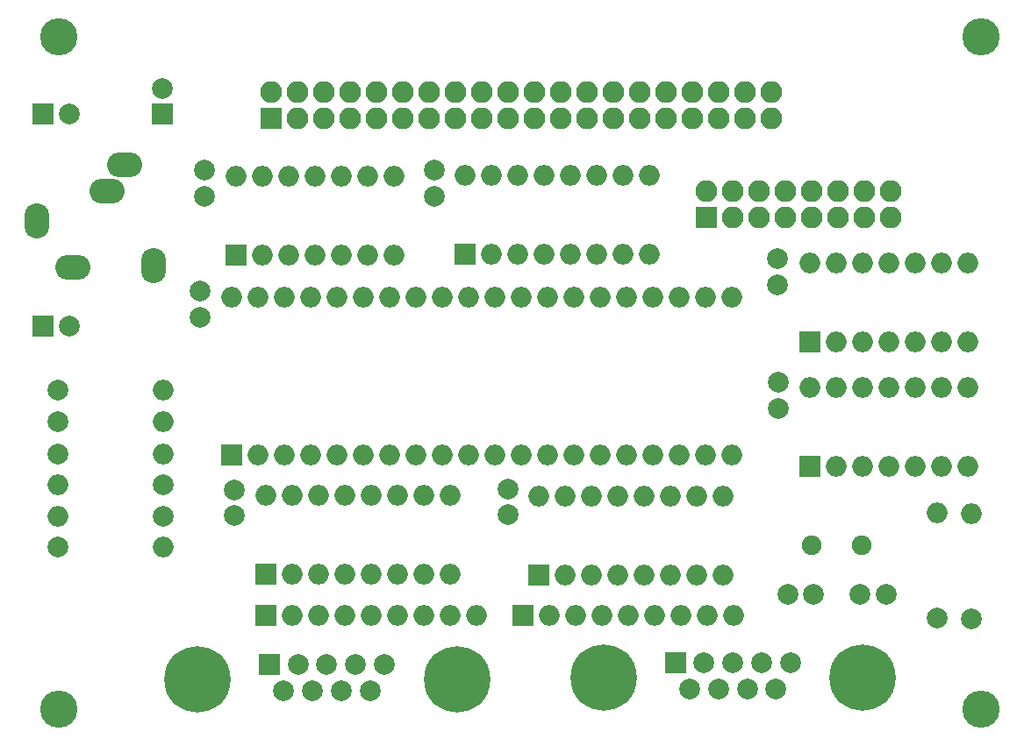
<source format=gts>
G04 #@! TF.GenerationSoftware,KiCad,Pcbnew,(5.0.0-3-g5ebb6b6)*
G04 #@! TF.CreationDate,2019-08-10T22:52:30+09:00*
G04 #@! TF.ProjectId,KZ80-YM2149,4B5A38302D594D323134392E6B696361,rev?*
G04 #@! TF.SameCoordinates,Original*
G04 #@! TF.FileFunction,Soldermask,Top*
G04 #@! TF.FilePolarity,Negative*
%FSLAX46Y46*%
G04 Gerber Fmt 4.6, Leading zero omitted, Abs format (unit mm)*
G04 Created by KiCad (PCBNEW (5.0.0-3-g5ebb6b6)) date 2019 August 10, Saturday 22:52:30*
%MOMM*%
%LPD*%
G01*
G04 APERTURE LIST*
%ADD10R,2.000000X2.000000*%
%ADD11C,2.000000*%
%ADD12O,2.000000X2.000000*%
%ADD13C,6.400000*%
%ADD14C,1.900000*%
%ADD15C,3.600000*%
%ADD16O,2.400000X3.400000*%
%ADD17O,3.400000X2.400000*%
%ADD18R,2.100000X2.100000*%
%ADD19O,2.100000X2.100000*%
G04 APERTURE END LIST*
D10*
G04 #@! TO.C,C12*
X105500000Y-62000000D03*
D11*
X105500000Y-59500000D03*
G04 #@! TD*
D12*
G04 #@! TO.C,RN1*
X160620000Y-110440000D03*
X158080000Y-110440000D03*
X155540000Y-110440000D03*
X153000000Y-110440000D03*
X150460000Y-110440000D03*
X147920000Y-110440000D03*
X145380000Y-110440000D03*
X142840000Y-110440000D03*
D10*
X140300000Y-110440000D03*
G04 #@! TD*
G04 #@! TO.C,RN2*
X115500000Y-110400000D03*
D12*
X118040000Y-110400000D03*
X120580000Y-110400000D03*
X123120000Y-110400000D03*
X125660000Y-110400000D03*
X128200000Y-110400000D03*
X130740000Y-110400000D03*
X133280000Y-110400000D03*
X135820000Y-110400000D03*
G04 #@! TD*
D11*
G04 #@! TO.C,J5*
X164695000Y-117540000D03*
X161925000Y-117540000D03*
X159155000Y-117540000D03*
X156385000Y-117540000D03*
X166080000Y-115000000D03*
X163310000Y-115000000D03*
X160540000Y-115000000D03*
X157770000Y-115000000D03*
D10*
X155000000Y-115000000D03*
D13*
X148050000Y-116410000D03*
X173080000Y-116410000D03*
G04 #@! TD*
D11*
G04 #@! TO.C,C9*
X164910000Y-90410000D03*
X164910000Y-87910000D03*
G04 #@! TD*
G04 #@! TO.C,C10*
X112460000Y-98290000D03*
X112460000Y-100790000D03*
G04 #@! TD*
D10*
G04 #@! TO.C,U7*
X115500000Y-106400000D03*
D12*
X133280000Y-98780000D03*
X118040000Y-106400000D03*
X130740000Y-98780000D03*
X120580000Y-106400000D03*
X128200000Y-98780000D03*
X123120000Y-106400000D03*
X125660000Y-98780000D03*
X125660000Y-106400000D03*
X123120000Y-98780000D03*
X128200000Y-106400000D03*
X120580000Y-98780000D03*
X130740000Y-106400000D03*
X118040000Y-98780000D03*
X133280000Y-106400000D03*
X115500000Y-98780000D03*
G04 #@! TD*
G04 #@! TO.C,R8*
X180230000Y-100520000D03*
D11*
X180230000Y-110680000D03*
G04 #@! TD*
G04 #@! TO.C,R7*
X183550000Y-110730000D03*
D12*
X183550000Y-100570000D03*
G04 #@! TD*
D11*
G04 #@! TO.C,C7*
X109110000Y-79110000D03*
X109110000Y-81610000D03*
G04 #@! TD*
G04 #@! TO.C,C6*
X131730000Y-69900000D03*
X131730000Y-67400000D03*
G04 #@! TD*
G04 #@! TO.C,C5*
X109550000Y-67400000D03*
X109550000Y-69900000D03*
G04 #@! TD*
G04 #@! TO.C,C4*
X168320000Y-108370000D03*
X165820000Y-108370000D03*
G04 #@! TD*
G04 #@! TO.C,C3*
X175310000Y-108350000D03*
X172810000Y-108350000D03*
G04 #@! TD*
D14*
G04 #@! TO.C,Y1*
X173000000Y-103635000D03*
X168120000Y-103635000D03*
G04 #@! TD*
D15*
G04 #@! TO.C,MH4*
X184500000Y-119500000D03*
G04 #@! TD*
G04 #@! TO.C,MH3*
X95500000Y-119500000D03*
G04 #@! TD*
G04 #@! TO.C,MH2*
X184500000Y-54500000D03*
G04 #@! TD*
G04 #@! TO.C,MH1*
X95500000Y-54500000D03*
G04 #@! TD*
D12*
G04 #@! TO.C,U3*
X112625000Y-67945000D03*
X127865000Y-75565000D03*
X115165000Y-67945000D03*
X125325000Y-75565000D03*
X117705000Y-67945000D03*
X122785000Y-75565000D03*
X120245000Y-67945000D03*
X120245000Y-75565000D03*
X122785000Y-67945000D03*
X117705000Y-75565000D03*
X125325000Y-67945000D03*
X115165000Y-75565000D03*
X127865000Y-67945000D03*
D10*
X112625000Y-75565000D03*
G04 #@! TD*
D12*
G04 #@! TO.C,R6*
X105581300Y-103820000D03*
D11*
X95421300Y-103820000D03*
G04 #@! TD*
G04 #@! TO.C,R5*
X105581000Y-100820000D03*
D12*
X95421000Y-100820000D03*
G04 #@! TD*
G04 #@! TO.C,R4*
X95421000Y-97820000D03*
D11*
X105581000Y-97820000D03*
G04 #@! TD*
D12*
G04 #@! TO.C,R2*
X105560000Y-91680000D03*
D11*
X95400000Y-91680000D03*
G04 #@! TD*
G04 #@! TO.C,R1*
X95400000Y-88600000D03*
D12*
X105560000Y-88600000D03*
G04 #@! TD*
D10*
G04 #@! TO.C,C1*
X94000000Y-62000000D03*
D11*
X96500000Y-62000000D03*
G04 #@! TD*
G04 #@! TO.C,C2*
X96500000Y-82500000D03*
D10*
X94000000Y-82500000D03*
G04 #@! TD*
D11*
G04 #@! TO.C,C8*
X164820000Y-75940000D03*
X164820000Y-78440000D03*
G04 #@! TD*
G04 #@! TO.C,C11*
X138860000Y-100700000D03*
X138860000Y-98200000D03*
G04 #@! TD*
D16*
G04 #@! TO.C,J1*
X93380000Y-72300000D03*
D17*
X101880000Y-66900000D03*
X100180000Y-69400000D03*
D16*
X104680000Y-76600000D03*
D17*
X96880000Y-76800000D03*
G04 #@! TD*
D18*
G04 #@! TO.C,J2*
X158000000Y-72000000D03*
D19*
X158000000Y-69460000D03*
X160540000Y-72000000D03*
X160540000Y-69460000D03*
X163080000Y-72000000D03*
X163080000Y-69460000D03*
X165620000Y-72000000D03*
X165620000Y-69460000D03*
X168160000Y-72000000D03*
X168160000Y-69460000D03*
X170700000Y-72000000D03*
X170700000Y-69460000D03*
X173240000Y-72000000D03*
X173240000Y-69460000D03*
X175780000Y-72000000D03*
X175780000Y-69460000D03*
G04 #@! TD*
D13*
G04 #@! TO.C,J3*
X133900000Y-116550000D03*
X108870000Y-116550000D03*
D10*
X115820000Y-115140000D03*
D11*
X118590000Y-115140000D03*
X121360000Y-115140000D03*
X124130000Y-115140000D03*
X126900000Y-115140000D03*
X117205000Y-117680000D03*
X119975000Y-117680000D03*
X122745000Y-117680000D03*
X125515000Y-117680000D03*
G04 #@! TD*
D18*
G04 #@! TO.C,J4*
X116030000Y-62380000D03*
D19*
X116030000Y-59840000D03*
X118570000Y-62380000D03*
X118570000Y-59840000D03*
X121110000Y-62380000D03*
X121110000Y-59840000D03*
X123650000Y-62380000D03*
X123650000Y-59840000D03*
X126190000Y-62380000D03*
X126190000Y-59840000D03*
X128730000Y-62380000D03*
X128730000Y-59840000D03*
X131270000Y-62380000D03*
X131270000Y-59840000D03*
X133810000Y-62380000D03*
X133810000Y-59840000D03*
X136350000Y-62380000D03*
X136350000Y-59840000D03*
X138890000Y-62380000D03*
X138890000Y-59840000D03*
X141430000Y-62380000D03*
X141430000Y-59840000D03*
X143970000Y-62380000D03*
X143970000Y-59840000D03*
X146510000Y-62380000D03*
X146510000Y-59840000D03*
X149050000Y-62380000D03*
X149050000Y-59840000D03*
X151590000Y-62380000D03*
X151590000Y-59840000D03*
X154130000Y-62380000D03*
X154130000Y-59840000D03*
X156670000Y-62380000D03*
X156670000Y-59840000D03*
X159210000Y-62380000D03*
X159210000Y-59840000D03*
X161750000Y-62380000D03*
X161750000Y-59840000D03*
X164290000Y-62380000D03*
X164290000Y-59840000D03*
G04 #@! TD*
D11*
G04 #@! TO.C,R3*
X95420000Y-94790000D03*
D12*
X105580000Y-94790000D03*
G04 #@! TD*
D10*
G04 #@! TO.C,U1*
X134680000Y-75480000D03*
D12*
X152460000Y-67860000D03*
X137220000Y-75480000D03*
X149920000Y-67860000D03*
X139760000Y-75480000D03*
X147380000Y-67860000D03*
X142300000Y-75480000D03*
X144840000Y-67860000D03*
X144840000Y-75480000D03*
X142300000Y-67860000D03*
X147380000Y-75480000D03*
X139760000Y-67860000D03*
X149920000Y-75480000D03*
X137220000Y-67860000D03*
X152460000Y-75480000D03*
X134680000Y-67860000D03*
G04 #@! TD*
G04 #@! TO.C,U2*
X168000000Y-88380000D03*
X183240000Y-96000000D03*
X170540000Y-88380000D03*
X180700000Y-96000000D03*
X173080000Y-88380000D03*
X178160000Y-96000000D03*
X175620000Y-88380000D03*
X175620000Y-96000000D03*
X178160000Y-88380000D03*
X173080000Y-96000000D03*
X180700000Y-88380000D03*
X170540000Y-96000000D03*
X183240000Y-88380000D03*
D10*
X168000000Y-96000000D03*
G04 #@! TD*
D12*
G04 #@! TO.C,U4*
X141810000Y-98850000D03*
X159590000Y-106470000D03*
X144350000Y-98850000D03*
X157050000Y-106470000D03*
X146890000Y-98850000D03*
X154510000Y-106470000D03*
X149430000Y-98850000D03*
X151970000Y-106470000D03*
X151970000Y-98850000D03*
X149430000Y-106470000D03*
X154510000Y-98850000D03*
X146890000Y-106470000D03*
X157050000Y-98850000D03*
X144350000Y-106470000D03*
X159590000Y-98850000D03*
D10*
X141810000Y-106470000D03*
G04 #@! TD*
G04 #@! TO.C,U5*
X168000000Y-84000000D03*
D12*
X183240000Y-76380000D03*
X170540000Y-84000000D03*
X180700000Y-76380000D03*
X173080000Y-84000000D03*
X178160000Y-76380000D03*
X175620000Y-84000000D03*
X175620000Y-76380000D03*
X178160000Y-84000000D03*
X173080000Y-76380000D03*
X180700000Y-84000000D03*
X170540000Y-76380000D03*
X183240000Y-84000000D03*
X168000000Y-76380000D03*
G04 #@! TD*
D10*
G04 #@! TO.C,U6*
X112170000Y-94870000D03*
D12*
X160430000Y-79630000D03*
X114710000Y-94870000D03*
X157890000Y-79630000D03*
X117250000Y-94870000D03*
X155350000Y-79630000D03*
X119790000Y-94870000D03*
X152810000Y-79630000D03*
X122330000Y-94870000D03*
X150270000Y-79630000D03*
X124870000Y-94870000D03*
X147730000Y-79630000D03*
X127410000Y-94870000D03*
X145190000Y-79630000D03*
X129950000Y-94870000D03*
X142650000Y-79630000D03*
X132490000Y-94870000D03*
X140110000Y-79630000D03*
X135030000Y-94870000D03*
X137570000Y-79630000D03*
X137570000Y-94870000D03*
X135030000Y-79630000D03*
X140110000Y-94870000D03*
X132490000Y-79630000D03*
X142650000Y-94870000D03*
X129950000Y-79630000D03*
X145190000Y-94870000D03*
X127410000Y-79630000D03*
X147730000Y-94870000D03*
X124870000Y-79630000D03*
X150270000Y-94870000D03*
X122330000Y-79630000D03*
X152810000Y-94870000D03*
X119790000Y-79630000D03*
X155350000Y-94870000D03*
X117250000Y-79630000D03*
X157890000Y-94870000D03*
X114710000Y-79630000D03*
X160430000Y-94870000D03*
X112170000Y-79630000D03*
G04 #@! TD*
M02*

</source>
